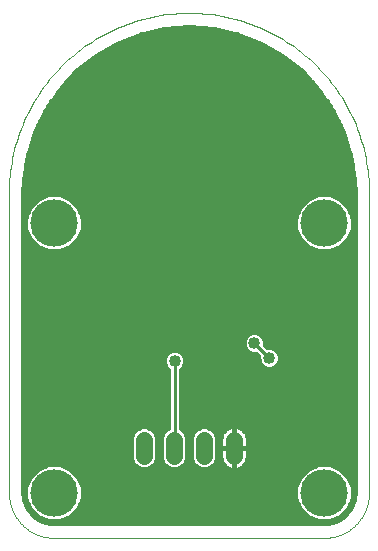
<source format=gbl>
G75*
%MOIN*%
%OFA0B0*%
%FSLAX25Y25*%
%IPPOS*%
%LPD*%
%AMOC8*
5,1,8,0,0,1.08239X$1,22.5*
%
%ADD10C,0.00000*%
%ADD11C,0.05543*%
%ADD12C,0.15811*%
%ADD13C,0.01600*%
%ADD14C,0.01000*%
%ADD15C,0.04000*%
D10*
X0001800Y0016800D02*
X0001800Y0116800D01*
X0001818Y0118261D01*
X0001871Y0119721D01*
X0001960Y0121180D01*
X0002084Y0122636D01*
X0002244Y0124088D01*
X0002439Y0125536D01*
X0002670Y0126979D01*
X0002935Y0128416D01*
X0003235Y0129846D01*
X0003570Y0131268D01*
X0003940Y0132682D01*
X0004344Y0134086D01*
X0004782Y0135480D01*
X0005254Y0136863D01*
X0005759Y0138234D01*
X0006298Y0139592D01*
X0006869Y0140937D01*
X0007473Y0142267D01*
X0008109Y0143583D01*
X0008777Y0144882D01*
X0009477Y0146165D01*
X0010208Y0147430D01*
X0010969Y0148678D01*
X0011760Y0149906D01*
X0012581Y0151115D01*
X0013431Y0152303D01*
X0014310Y0153470D01*
X0015217Y0154616D01*
X0016152Y0155739D01*
X0017114Y0156839D01*
X0018102Y0157915D01*
X0019116Y0158967D01*
X0020156Y0159994D01*
X0021220Y0160995D01*
X0022308Y0161971D01*
X0023420Y0162919D01*
X0024554Y0163840D01*
X0025711Y0164733D01*
X0026888Y0165597D01*
X0028087Y0166433D01*
X0029306Y0167239D01*
X0030544Y0168016D01*
X0031800Y0168762D01*
X0033074Y0169477D01*
X0034365Y0170161D01*
X0035673Y0170813D01*
X0036996Y0171433D01*
X0038334Y0172021D01*
X0039685Y0172576D01*
X0041050Y0173098D01*
X0042427Y0173586D01*
X0043816Y0174041D01*
X0045215Y0174462D01*
X0046624Y0174849D01*
X0048042Y0175201D01*
X0049468Y0175519D01*
X0050902Y0175802D01*
X0052342Y0176050D01*
X0053787Y0176263D01*
X0055238Y0176440D01*
X0056692Y0176582D01*
X0058149Y0176689D01*
X0059609Y0176760D01*
X0061069Y0176796D01*
X0062531Y0176796D01*
X0063991Y0176760D01*
X0065451Y0176689D01*
X0066908Y0176582D01*
X0068362Y0176440D01*
X0069813Y0176263D01*
X0071258Y0176050D01*
X0072698Y0175802D01*
X0074132Y0175519D01*
X0075558Y0175201D01*
X0076976Y0174849D01*
X0078385Y0174462D01*
X0079784Y0174041D01*
X0081173Y0173586D01*
X0082550Y0173098D01*
X0083915Y0172576D01*
X0085266Y0172021D01*
X0086604Y0171433D01*
X0087927Y0170813D01*
X0089235Y0170161D01*
X0090526Y0169477D01*
X0091800Y0168762D01*
X0093056Y0168016D01*
X0094294Y0167239D01*
X0095513Y0166433D01*
X0096712Y0165597D01*
X0097889Y0164733D01*
X0099046Y0163840D01*
X0100180Y0162919D01*
X0101292Y0161971D01*
X0102380Y0160995D01*
X0103444Y0159994D01*
X0104484Y0158967D01*
X0105498Y0157915D01*
X0106486Y0156839D01*
X0107448Y0155739D01*
X0108383Y0154616D01*
X0109290Y0153470D01*
X0110169Y0152303D01*
X0111019Y0151115D01*
X0111840Y0149906D01*
X0112631Y0148678D01*
X0113392Y0147430D01*
X0114123Y0146165D01*
X0114823Y0144882D01*
X0115491Y0143583D01*
X0116127Y0142267D01*
X0116731Y0140937D01*
X0117302Y0139592D01*
X0117841Y0138234D01*
X0118346Y0136863D01*
X0118818Y0135480D01*
X0119256Y0134086D01*
X0119660Y0132682D01*
X0120030Y0131268D01*
X0120365Y0129846D01*
X0120665Y0128416D01*
X0120930Y0126979D01*
X0121161Y0125536D01*
X0121356Y0124088D01*
X0121516Y0122636D01*
X0121640Y0121180D01*
X0121729Y0119721D01*
X0121782Y0118261D01*
X0121800Y0116800D01*
X0121800Y0016800D01*
X0121796Y0016438D01*
X0121782Y0016075D01*
X0121761Y0015713D01*
X0121730Y0015352D01*
X0121691Y0014992D01*
X0121643Y0014633D01*
X0121586Y0014275D01*
X0121521Y0013918D01*
X0121447Y0013563D01*
X0121364Y0013210D01*
X0121273Y0012859D01*
X0121174Y0012511D01*
X0121066Y0012165D01*
X0120950Y0011821D01*
X0120825Y0011481D01*
X0120693Y0011144D01*
X0120552Y0010810D01*
X0120403Y0010479D01*
X0120246Y0010152D01*
X0120082Y0009829D01*
X0119910Y0009510D01*
X0119730Y0009196D01*
X0119542Y0008885D01*
X0119347Y0008580D01*
X0119145Y0008279D01*
X0118935Y0007983D01*
X0118719Y0007693D01*
X0118495Y0007407D01*
X0118265Y0007127D01*
X0118028Y0006853D01*
X0117784Y0006585D01*
X0117534Y0006322D01*
X0117278Y0006066D01*
X0117015Y0005816D01*
X0116747Y0005572D01*
X0116473Y0005335D01*
X0116193Y0005105D01*
X0115907Y0004881D01*
X0115617Y0004665D01*
X0115321Y0004455D01*
X0115020Y0004253D01*
X0114715Y0004058D01*
X0114404Y0003870D01*
X0114090Y0003690D01*
X0113771Y0003518D01*
X0113448Y0003354D01*
X0113121Y0003197D01*
X0112790Y0003048D01*
X0112456Y0002907D01*
X0112119Y0002775D01*
X0111779Y0002650D01*
X0111435Y0002534D01*
X0111089Y0002426D01*
X0110741Y0002327D01*
X0110390Y0002236D01*
X0110037Y0002153D01*
X0109682Y0002079D01*
X0109325Y0002014D01*
X0108967Y0001957D01*
X0108608Y0001909D01*
X0108248Y0001870D01*
X0107887Y0001839D01*
X0107525Y0001818D01*
X0107162Y0001804D01*
X0106800Y0001800D01*
X0016800Y0001800D01*
X0016438Y0001804D01*
X0016075Y0001818D01*
X0015713Y0001839D01*
X0015352Y0001870D01*
X0014992Y0001909D01*
X0014633Y0001957D01*
X0014275Y0002014D01*
X0013918Y0002079D01*
X0013563Y0002153D01*
X0013210Y0002236D01*
X0012859Y0002327D01*
X0012511Y0002426D01*
X0012165Y0002534D01*
X0011821Y0002650D01*
X0011481Y0002775D01*
X0011144Y0002907D01*
X0010810Y0003048D01*
X0010479Y0003197D01*
X0010152Y0003354D01*
X0009829Y0003518D01*
X0009510Y0003690D01*
X0009196Y0003870D01*
X0008885Y0004058D01*
X0008580Y0004253D01*
X0008279Y0004455D01*
X0007983Y0004665D01*
X0007693Y0004881D01*
X0007407Y0005105D01*
X0007127Y0005335D01*
X0006853Y0005572D01*
X0006585Y0005816D01*
X0006322Y0006066D01*
X0006066Y0006322D01*
X0005816Y0006585D01*
X0005572Y0006853D01*
X0005335Y0007127D01*
X0005105Y0007407D01*
X0004881Y0007693D01*
X0004665Y0007983D01*
X0004455Y0008279D01*
X0004253Y0008580D01*
X0004058Y0008885D01*
X0003870Y0009196D01*
X0003690Y0009510D01*
X0003518Y0009829D01*
X0003354Y0010152D01*
X0003197Y0010479D01*
X0003048Y0010810D01*
X0002907Y0011144D01*
X0002775Y0011481D01*
X0002650Y0011821D01*
X0002534Y0012165D01*
X0002426Y0012511D01*
X0002327Y0012859D01*
X0002236Y0013210D01*
X0002153Y0013563D01*
X0002079Y0013918D01*
X0002014Y0014275D01*
X0001957Y0014633D01*
X0001909Y0014992D01*
X0001870Y0015352D01*
X0001839Y0015713D01*
X0001818Y0016075D01*
X0001804Y0016438D01*
X0001800Y0016800D01*
D11*
X0046800Y0029028D02*
X0046800Y0034572D01*
X0056800Y0034572D02*
X0056800Y0029028D01*
X0066800Y0029028D02*
X0066800Y0034572D01*
X0076800Y0034572D02*
X0076800Y0029028D01*
D12*
X0106800Y0016800D03*
X0106800Y0106800D03*
X0016800Y0106800D03*
X0016800Y0016800D03*
D13*
X0008766Y0011391D02*
X0008246Y0011391D01*
X0008742Y0011416D02*
X0011416Y0008742D01*
X0014909Y0007294D01*
X0018691Y0007294D01*
X0022184Y0008742D01*
X0024858Y0011416D01*
X0026305Y0014909D01*
X0026305Y0018691D01*
X0024858Y0022184D01*
X0022184Y0024858D01*
X0018691Y0026305D01*
X0014909Y0026305D01*
X0011416Y0024858D01*
X0008742Y0022184D01*
X0007294Y0018691D01*
X0007294Y0014909D01*
X0008742Y0011416D01*
X0008708Y0010591D02*
X0007376Y0012897D01*
X0006687Y0015469D01*
X0006600Y0016800D01*
X0006600Y0116800D01*
X0006754Y0120925D01*
X0007984Y0129083D01*
X0010416Y0136967D01*
X0013995Y0144400D01*
X0018643Y0151217D01*
X0024254Y0157264D01*
X0030705Y0162408D01*
X0037850Y0166533D01*
X0045530Y0169548D01*
X0053573Y0171383D01*
X0061800Y0172000D01*
X0070027Y0171383D01*
X0078070Y0169548D01*
X0085750Y0166533D01*
X0092895Y0162408D01*
X0099346Y0157264D01*
X0104957Y0151217D01*
X0109605Y0144400D01*
X0113184Y0136967D01*
X0115616Y0129083D01*
X0116846Y0120925D01*
X0117000Y0116800D01*
X0117000Y0016800D01*
X0116913Y0015469D01*
X0116224Y0012897D01*
X0114892Y0010591D01*
X0113009Y0008708D01*
X0110703Y0007376D01*
X0108131Y0006687D01*
X0106800Y0006600D01*
X0016800Y0006600D01*
X0015469Y0006687D01*
X0012897Y0007376D01*
X0010591Y0008708D01*
X0008708Y0010591D01*
X0009506Y0009793D02*
X0010365Y0009793D01*
X0011480Y0008194D02*
X0012737Y0008194D01*
X0008090Y0012990D02*
X0007352Y0012990D01*
X0007427Y0014588D02*
X0006923Y0014588D01*
X0006640Y0016187D02*
X0007294Y0016187D01*
X0007294Y0017785D02*
X0006600Y0017785D01*
X0006600Y0019384D02*
X0007581Y0019384D01*
X0008244Y0020982D02*
X0006600Y0020982D01*
X0006600Y0022581D02*
X0009138Y0022581D01*
X0010736Y0024179D02*
X0006600Y0024179D01*
X0006600Y0025778D02*
X0013635Y0025778D01*
X0019965Y0025778D02*
X0043868Y0025778D01*
X0044324Y0025322D02*
X0045930Y0024657D01*
X0047670Y0024657D01*
X0049276Y0025322D01*
X0050506Y0026552D01*
X0051172Y0028159D01*
X0051172Y0035441D01*
X0050506Y0037048D01*
X0049276Y0038278D01*
X0047670Y0038943D01*
X0045930Y0038943D01*
X0044324Y0038278D01*
X0043094Y0037048D01*
X0042428Y0035441D01*
X0042428Y0028159D01*
X0043094Y0026552D01*
X0044324Y0025322D01*
X0042752Y0027376D02*
X0006600Y0027376D01*
X0006600Y0028975D02*
X0042428Y0028975D01*
X0042428Y0030573D02*
X0006600Y0030573D01*
X0006600Y0032172D02*
X0042428Y0032172D01*
X0042428Y0033770D02*
X0006600Y0033770D01*
X0006600Y0035369D02*
X0042428Y0035369D01*
X0043060Y0036967D02*
X0006600Y0036967D01*
X0006600Y0038566D02*
X0045019Y0038566D01*
X0048581Y0038566D02*
X0054897Y0038566D01*
X0054897Y0038515D02*
X0054324Y0038278D01*
X0053094Y0037048D01*
X0052428Y0035441D01*
X0052428Y0028159D01*
X0053094Y0026552D01*
X0054324Y0025322D01*
X0055930Y0024657D01*
X0057670Y0024657D01*
X0059276Y0025322D01*
X0060506Y0026552D01*
X0061172Y0028159D01*
X0061172Y0035441D01*
X0060506Y0037048D01*
X0059276Y0038278D01*
X0059097Y0038352D01*
X0059097Y0057864D01*
X0060049Y0058816D01*
X0060597Y0060139D01*
X0060597Y0061571D01*
X0060049Y0062894D01*
X0059036Y0063907D01*
X0057713Y0064455D01*
X0056281Y0064455D01*
X0054958Y0063907D01*
X0053945Y0062894D01*
X0053397Y0061571D01*
X0053397Y0060139D01*
X0053945Y0058816D01*
X0054897Y0057864D01*
X0054897Y0038515D01*
X0054897Y0040164D02*
X0006600Y0040164D01*
X0006600Y0041763D02*
X0054897Y0041763D01*
X0054897Y0043361D02*
X0006600Y0043361D01*
X0006600Y0044960D02*
X0054897Y0044960D01*
X0054897Y0046558D02*
X0006600Y0046558D01*
X0006600Y0048157D02*
X0054897Y0048157D01*
X0054897Y0049755D02*
X0006600Y0049755D01*
X0006600Y0051354D02*
X0054897Y0051354D01*
X0054897Y0052952D02*
X0006600Y0052952D01*
X0006600Y0054551D02*
X0054897Y0054551D01*
X0054897Y0056149D02*
X0006600Y0056149D01*
X0006600Y0057748D02*
X0054897Y0057748D01*
X0053725Y0059346D02*
X0006600Y0059346D01*
X0006600Y0060945D02*
X0053397Y0060945D01*
X0053800Y0062543D02*
X0006600Y0062543D01*
X0006600Y0064142D02*
X0055525Y0064142D01*
X0058469Y0064142D02*
X0081099Y0064142D01*
X0081532Y0063709D02*
X0082856Y0063161D01*
X0084202Y0063161D01*
X0084893Y0062470D01*
X0084893Y0061123D01*
X0085441Y0059800D01*
X0086454Y0058787D01*
X0087777Y0058239D01*
X0089209Y0058239D01*
X0090532Y0058787D01*
X0091545Y0059800D01*
X0092093Y0061123D01*
X0092093Y0062555D01*
X0091545Y0063879D01*
X0090532Y0064891D01*
X0089209Y0065439D01*
X0087863Y0065439D01*
X0087172Y0066130D01*
X0087172Y0067477D01*
X0086624Y0068800D01*
X0085611Y0069813D01*
X0084288Y0070361D01*
X0082856Y0070361D01*
X0081532Y0069813D01*
X0080520Y0068800D01*
X0079972Y0067477D01*
X0079972Y0066045D01*
X0080520Y0064721D01*
X0081532Y0063709D01*
X0080098Y0065740D02*
X0006600Y0065740D01*
X0006600Y0067339D02*
X0079972Y0067339D01*
X0080657Y0068937D02*
X0006600Y0068937D01*
X0006600Y0070536D02*
X0117000Y0070536D01*
X0117000Y0072134D02*
X0006600Y0072134D01*
X0006600Y0073733D02*
X0117000Y0073733D01*
X0117000Y0075332D02*
X0006600Y0075332D01*
X0006600Y0076930D02*
X0117000Y0076930D01*
X0117000Y0078529D02*
X0006600Y0078529D01*
X0006600Y0080127D02*
X0117000Y0080127D01*
X0117000Y0081726D02*
X0006600Y0081726D01*
X0006600Y0083324D02*
X0117000Y0083324D01*
X0117000Y0084923D02*
X0006600Y0084923D01*
X0006600Y0086521D02*
X0117000Y0086521D01*
X0117000Y0088120D02*
X0006600Y0088120D01*
X0006600Y0089718D02*
X0117000Y0089718D01*
X0117000Y0091317D02*
X0006600Y0091317D01*
X0006600Y0092915D02*
X0117000Y0092915D01*
X0117000Y0094514D02*
X0006600Y0094514D01*
X0006600Y0096112D02*
X0117000Y0096112D01*
X0117000Y0097711D02*
X0109696Y0097711D01*
X0108691Y0097294D02*
X0112184Y0098742D01*
X0114858Y0101416D01*
X0116305Y0104909D01*
X0116305Y0108691D01*
X0114858Y0112184D01*
X0112184Y0114858D01*
X0108691Y0116305D01*
X0104909Y0116305D01*
X0101416Y0114858D01*
X0098742Y0112184D01*
X0097294Y0108691D01*
X0097294Y0104909D01*
X0098742Y0101416D01*
X0101416Y0098742D01*
X0104909Y0097294D01*
X0108691Y0097294D01*
X0103904Y0097711D02*
X0019696Y0097711D01*
X0018691Y0097294D02*
X0022184Y0098742D01*
X0024858Y0101416D01*
X0026305Y0104909D01*
X0026305Y0108691D01*
X0024858Y0112184D01*
X0022184Y0114858D01*
X0018691Y0116305D01*
X0014909Y0116305D01*
X0011416Y0114858D01*
X0008742Y0112184D01*
X0007294Y0108691D01*
X0007294Y0104909D01*
X0008742Y0101416D01*
X0011416Y0098742D01*
X0014909Y0097294D01*
X0018691Y0097294D01*
X0022752Y0099309D02*
X0100848Y0099309D01*
X0099249Y0100908D02*
X0024351Y0100908D01*
X0025310Y0102506D02*
X0098290Y0102506D01*
X0097628Y0104105D02*
X0025972Y0104105D01*
X0026305Y0105703D02*
X0097294Y0105703D01*
X0097294Y0107302D02*
X0026305Y0107302D01*
X0026219Y0108900D02*
X0097381Y0108900D01*
X0098043Y0110499D02*
X0025557Y0110499D01*
X0024894Y0112097D02*
X0098706Y0112097D01*
X0100253Y0113696D02*
X0023347Y0113696D01*
X0021132Y0115294D02*
X0102468Y0115294D01*
X0111132Y0115294D02*
X0117000Y0115294D01*
X0117000Y0113696D02*
X0113347Y0113696D01*
X0114894Y0112097D02*
X0117000Y0112097D01*
X0117000Y0110499D02*
X0115557Y0110499D01*
X0116219Y0108900D02*
X0117000Y0108900D01*
X0117000Y0107302D02*
X0116305Y0107302D01*
X0116305Y0105703D02*
X0117000Y0105703D01*
X0117000Y0104105D02*
X0115972Y0104105D01*
X0115310Y0102506D02*
X0117000Y0102506D01*
X0117000Y0100908D02*
X0114351Y0100908D01*
X0112752Y0099309D02*
X0117000Y0099309D01*
X0116997Y0116893D02*
X0006603Y0116893D01*
X0006600Y0115294D02*
X0012468Y0115294D01*
X0010253Y0113696D02*
X0006600Y0113696D01*
X0006600Y0112097D02*
X0008706Y0112097D01*
X0008043Y0110499D02*
X0006600Y0110499D01*
X0006600Y0108900D02*
X0007381Y0108900D01*
X0007294Y0107302D02*
X0006600Y0107302D01*
X0006600Y0105703D02*
X0007294Y0105703D01*
X0007628Y0104105D02*
X0006600Y0104105D01*
X0006600Y0102506D02*
X0008290Y0102506D01*
X0009249Y0100908D02*
X0006600Y0100908D01*
X0006600Y0099309D02*
X0010848Y0099309D01*
X0013904Y0097711D02*
X0006600Y0097711D01*
X0006663Y0118491D02*
X0116937Y0118491D01*
X0116877Y0120090D02*
X0006723Y0120090D01*
X0006869Y0121688D02*
X0116731Y0121688D01*
X0116490Y0123287D02*
X0007110Y0123287D01*
X0007351Y0124885D02*
X0116249Y0124885D01*
X0116008Y0126484D02*
X0007592Y0126484D01*
X0007833Y0128082D02*
X0115767Y0128082D01*
X0115432Y0129681D02*
X0008168Y0129681D01*
X0008661Y0131279D02*
X0114939Y0131279D01*
X0114445Y0132878D02*
X0009154Y0132878D01*
X0009648Y0134476D02*
X0113952Y0134476D01*
X0113459Y0136075D02*
X0010141Y0136075D01*
X0010756Y0137673D02*
X0112844Y0137673D01*
X0112074Y0139272D02*
X0011526Y0139272D01*
X0012296Y0140870D02*
X0111304Y0140870D01*
X0110535Y0142469D02*
X0013065Y0142469D01*
X0013835Y0144068D02*
X0109765Y0144068D01*
X0109605Y0144400D02*
X0109605Y0144400D01*
X0108741Y0145666D02*
X0014859Y0145666D01*
X0015948Y0147265D02*
X0107652Y0147265D01*
X0106562Y0148863D02*
X0017038Y0148863D01*
X0018128Y0150462D02*
X0105472Y0150462D01*
X0104957Y0151217D02*
X0104957Y0151217D01*
X0104175Y0152060D02*
X0019425Y0152060D01*
X0020909Y0153659D02*
X0102691Y0153659D01*
X0101208Y0155257D02*
X0022392Y0155257D01*
X0023875Y0156856D02*
X0099725Y0156856D01*
X0097854Y0158454D02*
X0025746Y0158454D01*
X0027751Y0160053D02*
X0095849Y0160053D01*
X0093845Y0161651D02*
X0029755Y0161651D01*
X0032162Y0163250D02*
X0091438Y0163250D01*
X0088669Y0164848D02*
X0034931Y0164848D01*
X0037699Y0166447D02*
X0085901Y0166447D01*
X0081899Y0168045D02*
X0041701Y0168045D01*
X0045950Y0169644D02*
X0077650Y0169644D01*
X0070646Y0171242D02*
X0052954Y0171242D01*
X0086486Y0068937D02*
X0117000Y0068937D01*
X0117000Y0067339D02*
X0087172Y0067339D01*
X0087562Y0065740D02*
X0117000Y0065740D01*
X0117000Y0064142D02*
X0091281Y0064142D01*
X0092093Y0062543D02*
X0117000Y0062543D01*
X0117000Y0060945D02*
X0092019Y0060945D01*
X0091091Y0059346D02*
X0117000Y0059346D01*
X0117000Y0057748D02*
X0059097Y0057748D01*
X0059097Y0056149D02*
X0117000Y0056149D01*
X0117000Y0054551D02*
X0059097Y0054551D01*
X0059097Y0052952D02*
X0117000Y0052952D01*
X0117000Y0051354D02*
X0059097Y0051354D01*
X0059097Y0049755D02*
X0117000Y0049755D01*
X0117000Y0048157D02*
X0059097Y0048157D01*
X0059097Y0046558D02*
X0117000Y0046558D01*
X0117000Y0044960D02*
X0059097Y0044960D01*
X0059097Y0043361D02*
X0117000Y0043361D01*
X0117000Y0041763D02*
X0059097Y0041763D01*
X0059097Y0040164D02*
X0117000Y0040164D01*
X0117000Y0038566D02*
X0079031Y0038566D01*
X0079196Y0038482D02*
X0078555Y0038808D01*
X0077871Y0039031D01*
X0077160Y0039143D01*
X0076886Y0039143D01*
X0076886Y0031886D01*
X0081372Y0031886D01*
X0081372Y0034931D01*
X0081259Y0035642D01*
X0081037Y0036327D01*
X0080710Y0036968D01*
X0080287Y0037550D01*
X0079778Y0038059D01*
X0079196Y0038482D01*
X0080710Y0036967D02*
X0117000Y0036967D01*
X0117000Y0035369D02*
X0081302Y0035369D01*
X0081372Y0033770D02*
X0117000Y0033770D01*
X0117000Y0032172D02*
X0081372Y0032172D01*
X0081372Y0031714D02*
X0076886Y0031714D01*
X0076886Y0031886D01*
X0076714Y0031886D01*
X0076714Y0039143D01*
X0076440Y0039143D01*
X0075729Y0039031D01*
X0075045Y0038808D01*
X0074404Y0038482D01*
X0073822Y0038059D01*
X0073313Y0037550D01*
X0072890Y0036968D01*
X0072563Y0036327D01*
X0072341Y0035642D01*
X0072228Y0034931D01*
X0072228Y0031886D01*
X0076714Y0031886D01*
X0076714Y0031714D01*
X0076886Y0031714D01*
X0076886Y0024457D01*
X0077160Y0024457D01*
X0077871Y0024569D01*
X0078555Y0024792D01*
X0079196Y0025118D01*
X0079778Y0025541D01*
X0080287Y0026050D01*
X0080710Y0026632D01*
X0081037Y0027273D01*
X0081259Y0027958D01*
X0081372Y0028669D01*
X0081372Y0031714D01*
X0081372Y0030573D02*
X0117000Y0030573D01*
X0117000Y0028975D02*
X0081372Y0028975D01*
X0081070Y0027376D02*
X0117000Y0027376D01*
X0117000Y0025778D02*
X0109965Y0025778D01*
X0108691Y0026305D02*
X0104909Y0026305D01*
X0101416Y0024858D01*
X0098742Y0022184D01*
X0097294Y0018691D01*
X0097294Y0014909D01*
X0098742Y0011416D01*
X0101416Y0008742D01*
X0104909Y0007294D01*
X0108691Y0007294D01*
X0112184Y0008742D01*
X0114858Y0011416D01*
X0116305Y0014909D01*
X0116305Y0018691D01*
X0114858Y0022184D01*
X0112184Y0024858D01*
X0108691Y0026305D01*
X0112864Y0024179D02*
X0117000Y0024179D01*
X0117000Y0022581D02*
X0114462Y0022581D01*
X0115356Y0020982D02*
X0117000Y0020982D01*
X0117000Y0019384D02*
X0116019Y0019384D01*
X0116305Y0017785D02*
X0117000Y0017785D01*
X0116960Y0016187D02*
X0116305Y0016187D01*
X0116172Y0014588D02*
X0116677Y0014588D01*
X0116248Y0012990D02*
X0115510Y0012990D01*
X0115354Y0011391D02*
X0114834Y0011391D01*
X0114094Y0009793D02*
X0113235Y0009793D01*
X0112120Y0008194D02*
X0110862Y0008194D01*
X0102737Y0008194D02*
X0020862Y0008194D01*
X0023235Y0009793D02*
X0100365Y0009793D01*
X0098766Y0011391D02*
X0024834Y0011391D01*
X0025510Y0012990D02*
X0098090Y0012990D01*
X0097427Y0014588D02*
X0026172Y0014588D01*
X0026305Y0016187D02*
X0097294Y0016187D01*
X0097294Y0017785D02*
X0026305Y0017785D01*
X0026019Y0019384D02*
X0097581Y0019384D01*
X0098244Y0020982D02*
X0025356Y0020982D01*
X0024462Y0022581D02*
X0099138Y0022581D01*
X0100736Y0024179D02*
X0022864Y0024179D01*
X0049732Y0025778D02*
X0053868Y0025778D01*
X0052752Y0027376D02*
X0050847Y0027376D01*
X0051172Y0028975D02*
X0052428Y0028975D01*
X0052428Y0030573D02*
X0051172Y0030573D01*
X0051172Y0032172D02*
X0052428Y0032172D01*
X0052428Y0033770D02*
X0051172Y0033770D01*
X0051172Y0035369D02*
X0052428Y0035369D01*
X0053060Y0036967D02*
X0050540Y0036967D01*
X0059097Y0038566D02*
X0065019Y0038566D01*
X0064324Y0038278D02*
X0063094Y0037048D01*
X0062428Y0035441D01*
X0062428Y0028159D01*
X0063094Y0026552D01*
X0064324Y0025322D01*
X0065930Y0024657D01*
X0067670Y0024657D01*
X0069276Y0025322D01*
X0070506Y0026552D01*
X0071172Y0028159D01*
X0071172Y0035441D01*
X0070506Y0037048D01*
X0069276Y0038278D01*
X0067670Y0038943D01*
X0065930Y0038943D01*
X0064324Y0038278D01*
X0063060Y0036967D02*
X0060540Y0036967D01*
X0061172Y0035369D02*
X0062428Y0035369D01*
X0062428Y0033770D02*
X0061172Y0033770D01*
X0061172Y0032172D02*
X0062428Y0032172D01*
X0062428Y0030573D02*
X0061172Y0030573D01*
X0061172Y0028975D02*
X0062428Y0028975D01*
X0062752Y0027376D02*
X0060847Y0027376D01*
X0059732Y0025778D02*
X0063868Y0025778D01*
X0069732Y0025778D02*
X0073585Y0025778D01*
X0073822Y0025541D02*
X0074404Y0025118D01*
X0075045Y0024792D01*
X0075729Y0024569D01*
X0076440Y0024457D01*
X0076714Y0024457D01*
X0076714Y0031714D01*
X0072228Y0031714D01*
X0072228Y0028669D01*
X0072341Y0027958D01*
X0072563Y0027273D01*
X0072890Y0026632D01*
X0073313Y0026050D01*
X0073822Y0025541D01*
X0072530Y0027376D02*
X0070847Y0027376D01*
X0071172Y0028975D02*
X0072228Y0028975D01*
X0072228Y0030573D02*
X0071172Y0030573D01*
X0071172Y0032172D02*
X0072228Y0032172D01*
X0072228Y0033770D02*
X0071172Y0033770D01*
X0071172Y0035369D02*
X0072298Y0035369D01*
X0072890Y0036967D02*
X0070540Y0036967D01*
X0068581Y0038566D02*
X0074569Y0038566D01*
X0076714Y0038566D02*
X0076886Y0038566D01*
X0076886Y0036967D02*
X0076714Y0036967D01*
X0076714Y0035369D02*
X0076886Y0035369D01*
X0076886Y0033770D02*
X0076714Y0033770D01*
X0076714Y0032172D02*
X0076886Y0032172D01*
X0076886Y0030573D02*
X0076714Y0030573D01*
X0076714Y0028975D02*
X0076886Y0028975D01*
X0076886Y0027376D02*
X0076714Y0027376D01*
X0076714Y0025778D02*
X0076886Y0025778D01*
X0080015Y0025778D02*
X0103635Y0025778D01*
X0085895Y0059346D02*
X0060269Y0059346D01*
X0060597Y0060945D02*
X0084967Y0060945D01*
X0084819Y0062543D02*
X0060194Y0062543D01*
D14*
X0056997Y0060855D02*
X0056997Y0032312D01*
X0056800Y0031800D01*
X0088493Y0061839D02*
X0083572Y0066761D01*
D15*
X0083572Y0066761D03*
X0088493Y0061839D03*
X0056997Y0060855D03*
M02*

</source>
